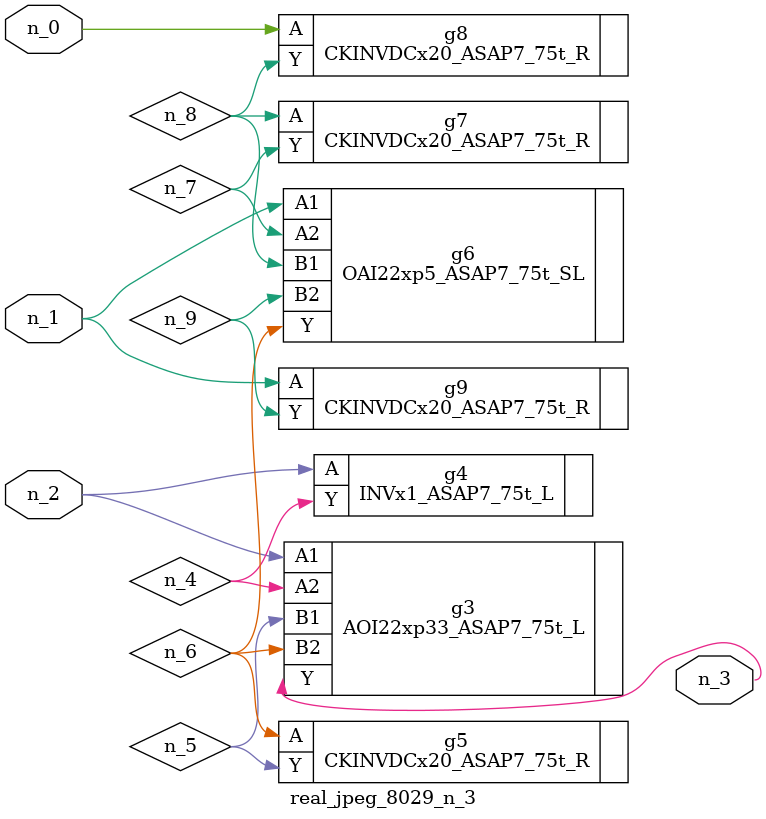
<source format=v>
module real_jpeg_8029_n_3 (n_1, n_0, n_2, n_3);

input n_1;
input n_0;
input n_2;

output n_3;

wire n_5;
wire n_8;
wire n_4;
wire n_6;
wire n_7;
wire n_9;

CKINVDCx20_ASAP7_75t_R g8 ( 
.A(n_0),
.Y(n_8)
);

OAI22xp5_ASAP7_75t_SL g6 ( 
.A1(n_1),
.A2(n_7),
.B1(n_8),
.B2(n_9),
.Y(n_6)
);

CKINVDCx20_ASAP7_75t_R g9 ( 
.A(n_1),
.Y(n_9)
);

AOI22xp33_ASAP7_75t_L g3 ( 
.A1(n_2),
.A2(n_4),
.B1(n_5),
.B2(n_6),
.Y(n_3)
);

INVx1_ASAP7_75t_L g4 ( 
.A(n_2),
.Y(n_4)
);

CKINVDCx20_ASAP7_75t_R g5 ( 
.A(n_6),
.Y(n_5)
);

CKINVDCx20_ASAP7_75t_R g7 ( 
.A(n_8),
.Y(n_7)
);


endmodule
</source>
